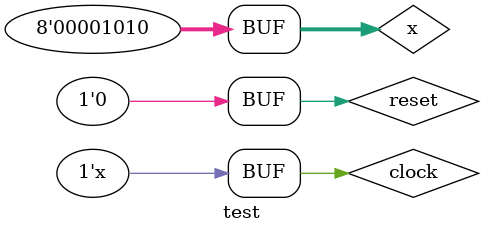
<source format=v>
module dff(x,clock,out,reset);
input reset;
input [7:0]x;
input clock;
output [7:0]out;
reg out;
always @(posedge clock)
		begin
		if(reset==1)
		begin
			out <= 0;
		end
		else 
		begin
			out <= x;
		end
		end

endmodule

module firfilter(x,clock,outvalue,reset);
input [7:0]x;
input clock,reset;
output [15:0]outvalue;
//reg outvalue;
wire [7:0] d11;
wire [7:0] d12,d13,d14,d15,d16,d17,d18;
wire [15:0] m1,m2,m3,m4,m5,m6,m7,m8;
wire [15:0] sum1,sum2,sum3,sum4,sum5,sum6;
parameter h1=4'b0001;
parameter h2=4'b0010;
parameter h3=4'b0011;
parameter h4=4'b0100;
parameter h5=4'b0101;
parameter h6=4'b0110;
parameter h7=4'b0111;
parameter h8=4'b1000;
dff d1(x,clock,d11,reset);
dff d2(d11,clock,d12,reset);
dff d3(d12,clock,d13,reset);
dff d4(d13,clock,d14,reset);
dff d5(d14,clock,d15,reset);
dff d6(d15,clock,d16,reset);
dff d7(d16,clock,d17,reset);
dff d8(d17,clock,d18,reset);
assign m1 = d11>>h1;
assign m2 = d12>>h2;
assign sum1 = m1+m2;
assign m3 = d13>>h3;
assign sum2 = sum1 + m3;
assign m4 = d14>>h4;
assign sum3 = sum2 + m4;
assign m5 = d15>>h5;
assign sum4 = sum3+m5;
assign m6 = d16>>h6;
assign sum5 = sum4+m6;
assign m7 = d17>>h7;
assign sum6 = sum5+m7;
assign m8 = d18>>h8;
assign outvalue = m8+sum6;
//initial begin
//$monitor("time=%d m1=%d m2=%d m3=%d",$time,d11,d12,d13);
//end
endmodule 

module test;
reg reset;
reg [7:0]x;
reg	clock;
wire [15:0]out;
firfilter f1(x,clock,out,reset);
always 
	begin
		#10 clock <= ~clock;
	end
initial 
begin
clock = 1;reset = 1;
$monitor("time=%d input=%d output=%d",$time,x,out);
#20 reset=0;x=  4 ; 
#20 x = 2 ; 
#20 x = 6 ; 
#20 x = 10 ; 
end
endmodule

</source>
